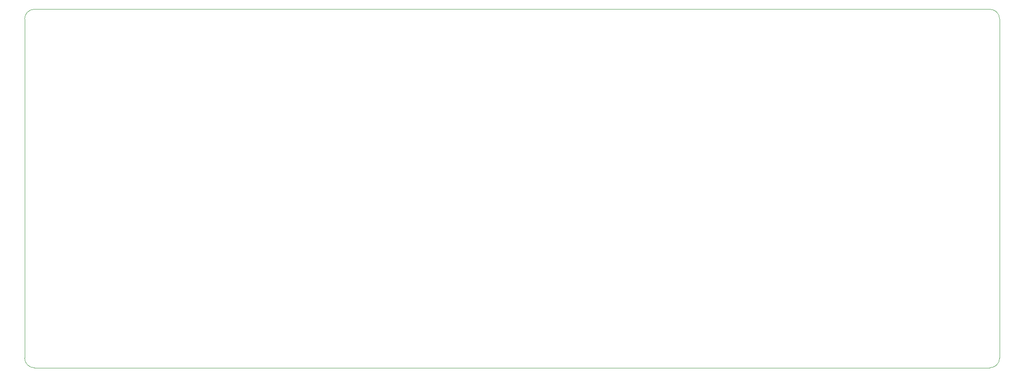
<source format=gbr>
%TF.GenerationSoftware,KiCad,Pcbnew,(7.0.0-0)*%
%TF.CreationDate,2023-03-16T21:22:01-05:00*%
%TF.ProjectId,VintageKVM,56696e74-6167-4654-9b56-4d2e6b696361,rev?*%
%TF.SameCoordinates,Original*%
%TF.FileFunction,Profile,NP*%
%FSLAX46Y46*%
G04 Gerber Fmt 4.6, Leading zero omitted, Abs format (unit mm)*
G04 Created by KiCad (PCBNEW (7.0.0-0)) date 2023-03-16 21:22:01*
%MOMM*%
%LPD*%
G01*
G04 APERTURE LIST*
%TA.AperFunction,Profile*%
%ADD10C,0.100000*%
%TD*%
G04 APERTURE END LIST*
D10*
X40000000Y-111600000D02*
G75*
G03*
X42000000Y-113600000I2000000J0D01*
G01*
X240000000Y-42000000D02*
G75*
G03*
X238000000Y-40000000I-2000000J0D01*
G01*
X238000000Y-113600000D02*
G75*
G03*
X240000000Y-111600000I0J2000000D01*
G01*
X42000000Y-40000000D02*
X238000000Y-40000000D01*
X40000000Y-111600000D02*
X40000000Y-42000000D01*
X238000000Y-113600000D02*
X42000000Y-113600000D01*
X240000000Y-111600000D02*
X240000000Y-42000000D01*
X42000000Y-40000000D02*
G75*
G03*
X40000000Y-42000000I0J-2000000D01*
G01*
M02*

</source>
